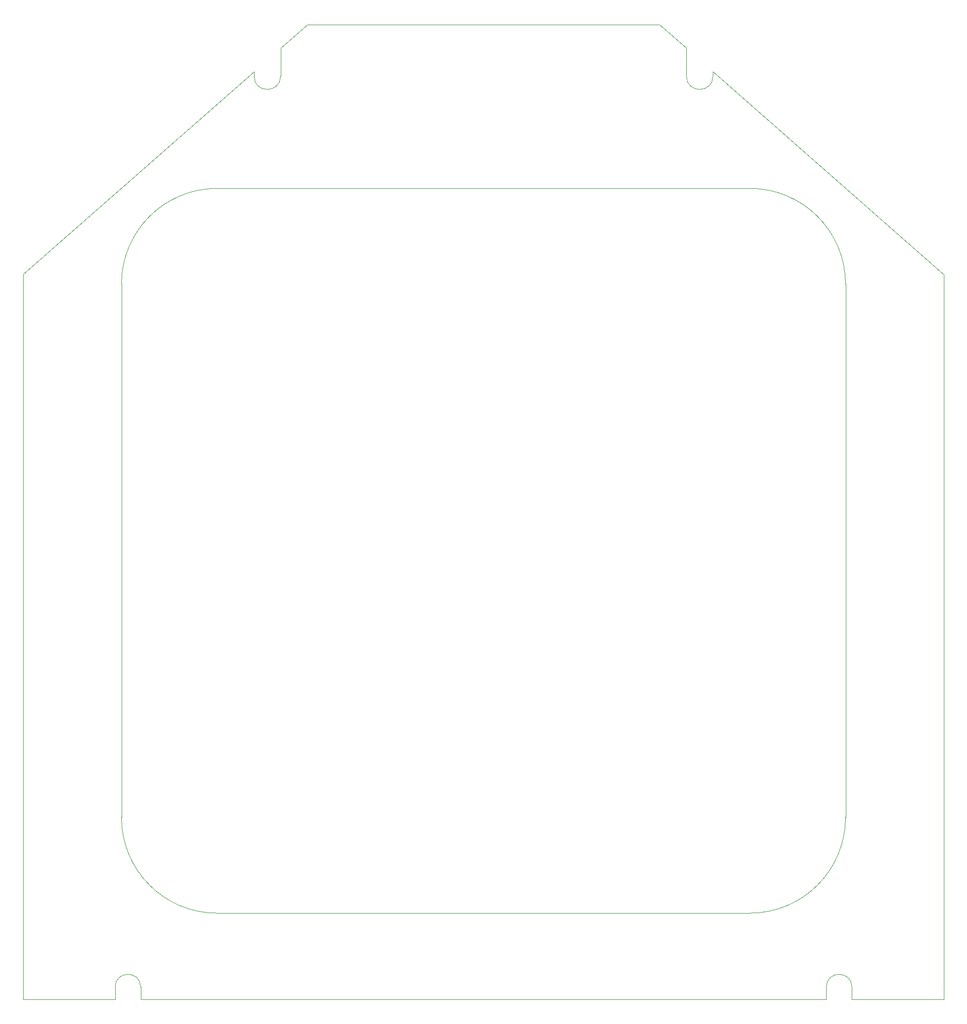
<source format=gbr>
G04 #@! TF.GenerationSoftware,KiCad,Pcbnew,8.0.6*
G04 #@! TF.CreationDate,2024-12-03T14:08:34-05:00*
G04 #@! TF.ProjectId,DDI,4444492e-6b69-4636-9164-5f7063625858,rev?*
G04 #@! TF.SameCoordinates,Original*
G04 #@! TF.FileFunction,Profile,NP*
%FSLAX46Y46*%
G04 Gerber Fmt 4.6, Leading zero omitted, Abs format (unit mm)*
G04 Created by KiCad (PCBNEW 8.0.6) date 2024-12-03 14:08:34*
%MOMM*%
%LPD*%
G01*
G04 APERTURE LIST*
G04 #@! TA.AperFunction,Profile*
%ADD10C,0.100000*%
G04 #@! TD*
G04 APERTURE END LIST*
D10*
X148790316Y66938424D02*
X266627816Y66942923D01*
X242581383Y230312549D02*
X237961860Y234328926D01*
X247153383Y226248549D02*
X286806060Y191436078D01*
X172836749Y230312549D02*
X177459060Y234328926D01*
X168264749Y226248549D02*
X128614860Y191461478D01*
X128614860Y66950678D02*
X128614860Y191461478D01*
X266627816Y69038424D02*
G75*
G02*
X271027816Y69038424I2200000J0D01*
G01*
X242581383Y225486549D02*
X242581383Y230312549D01*
X253497926Y81738423D02*
X161920208Y81738423D01*
X148790316Y69038424D02*
X148790316Y66938424D01*
X177459060Y234328926D02*
X237961860Y234328926D01*
X161920206Y206198424D02*
X253497924Y206198424D01*
X266627816Y69038424D02*
X266627816Y66942923D01*
X253497924Y206198423D02*
G75*
G02*
X269939023Y189757283I-24J-16441123D01*
G01*
X172836749Y225486549D02*
X172836749Y230312549D01*
X144390316Y69038424D02*
G75*
G02*
X148790316Y69038424I2200000J0D01*
G01*
X128614860Y66950678D02*
X144390316Y66950678D01*
X144390316Y69038424D02*
X144390316Y66950678D01*
X247153383Y225486549D02*
X247153383Y226248549D01*
X269939066Y189757283D02*
X269939064Y98179565D01*
X161920208Y81738424D02*
G75*
G02*
X145479024Y98179564I-8J16441176D01*
G01*
X286806060Y66942923D02*
X271027816Y66942923D01*
X269939067Y98179565D02*
G75*
G02*
X253497926Y81738423I-16441137J-5D01*
G01*
X168264749Y225486549D02*
X168264749Y226248549D01*
X172836749Y225486549D02*
G75*
G02*
X168264749Y225486549I-2286000J0D01*
G01*
X271027816Y69038424D02*
X271027816Y66942923D01*
X145479066Y98179564D02*
X145479067Y189757285D01*
X247153383Y225486549D02*
G75*
G02*
X242581383Y225486549I-2286000J0D01*
G01*
X145479065Y189757285D02*
G75*
G02*
X161920206Y206198425I16441145J-5D01*
G01*
X286806060Y66942923D02*
X286806060Y191436078D01*
M02*

</source>
